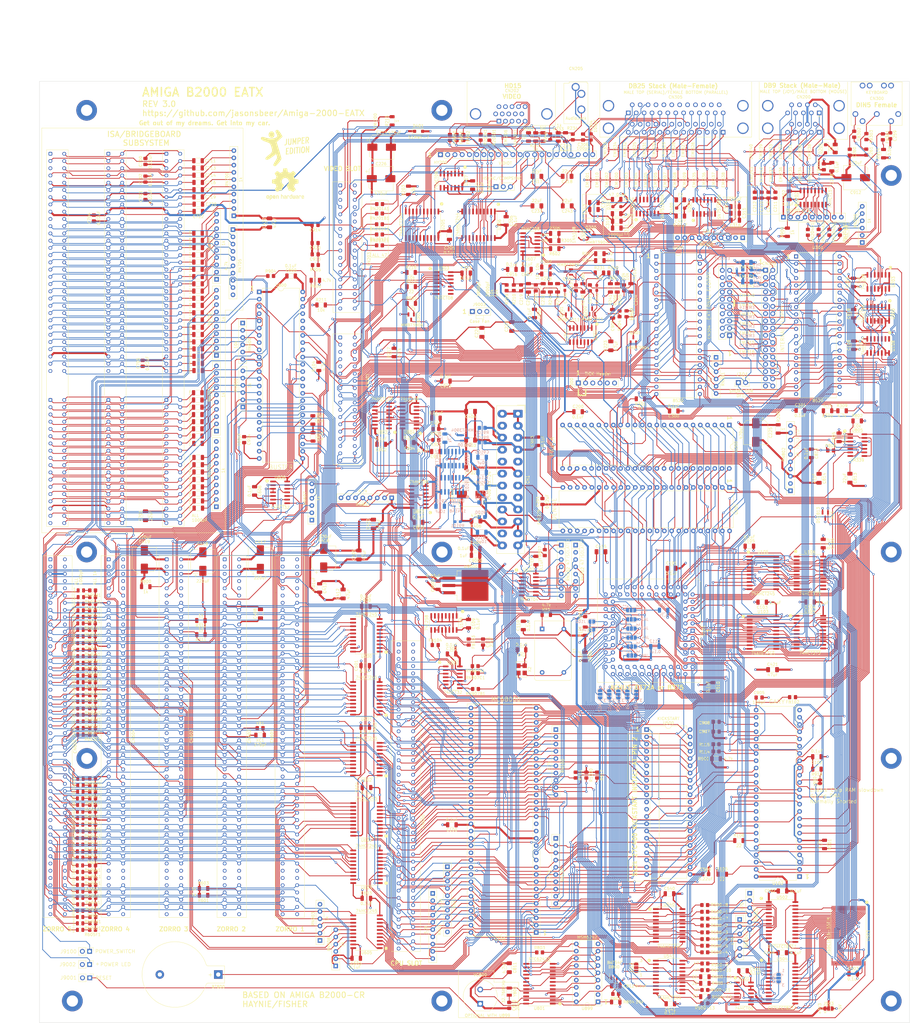
<source format=kicad_pcb>
(kicad_pcb (version 20221018) (generator pcbnew)

  (general
    (thickness 1.6)
  )

  (paper "C")
  (title_block
    (title "Amiga 2000 EATX")
    (date "2023-03-15")
    (rev "3.0")
  )

  (layers
    (0 "F.Cu" signal)
    (1 "In1.Cu" power)
    (2 "In2.Cu" power)
    (31 "B.Cu" signal)
    (32 "B.Adhes" user "B.Adhesive")
    (33 "F.Adhes" user "F.Adhesive")
    (34 "B.Paste" user)
    (35 "F.Paste" user)
    (36 "B.SilkS" user "B.Silkscreen")
    (37 "F.SilkS" user "F.Silkscreen")
    (38 "B.Mask" user)
    (39 "F.Mask" user)
    (40 "Dwgs.User" user "User.Drawings")
    (41 "Cmts.User" user "User.Comments")
    (42 "Eco1.User" user "User.Eco1")
    (43 "Eco2.User" user "User.Eco2")
    (44 "Edge.Cuts" user)
    (45 "Margin" user)
    (46 "B.CrtYd" user "B.Courtyard")
    (47 "F.CrtYd" user "F.Courtyard")
    (48 "B.Fab" user)
    (49 "F.Fab" user)
  )

  (setup
    (stackup
      (layer "F.SilkS" (type "Top Silk Screen"))
      (layer "F.Paste" (type "Top Solder Paste"))
      (layer "F.Mask" (type "Top Solder Mask") (thickness 0.01))
      (layer "F.Cu" (type "copper") (thickness 0.035))
      (layer "dielectric 1" (type "core") (thickness 0.48) (material "FR4") (epsilon_r 4.5) (loss_tangent 0.02))
      (layer "In1.Cu" (type "copper") (thickness 0.035))
      (layer "dielectric 2" (type "prepreg") (thickness 0.48) (material "FR4") (epsilon_r 4.5) (loss_tangent 0.02))
      (layer "In2.Cu" (type "copper") (thickness 0.035))
      (layer "dielectric 3" (type "core") (thickness 0.48) (material "FR4") (epsilon_r 4.5) (loss_tangent 0.02))
      (layer "B.Cu" (type "copper") (thickness 0.035))
      (layer "B.Mask" (type "Bottom Solder Mask") (thickness 0.01))
      (layer "B.Paste" (type "Bottom Solder Paste"))
      (layer "B.SilkS" (type "Bottom Silk Screen"))
      (copper_finish "None")
      (dielectric_constraints no)
    )
    (pad_to_mask_clearance 0.05)
    (pcbplotparams
      (layerselection 0x00010fc_ffffffff)
      (plot_on_all_layers_selection 0x0000000_00000000)
      (disableapertmacros false)
      (usegerberextensions true)
      (usegerberattributes false)
      (usegerberadvancedattributes false)
      (creategerberjobfile false)
      (dashed_line_dash_ratio 12.000000)
      (dashed_line_gap_ratio 3.000000)
      (svgprecision 4)
      (plotframeref false)
      (viasonmask false)
      (mode 1)
      (useauxorigin false)
      (hpglpennumber 1)
      (hpglpenspeed 20)
      (hpglpendiameter 15.000000)
      (dxfpolygonmode true)
      (dxfimperialunits true)
      (dxfusepcbnewfont true)
      (psnegative false)
      (psa4output false)
      (plotreference true)
      (plotvalue true)
      (plotinvisibletext false)
      (sketchpadsonfab false)
      (subtractmaskfromsilk true)
      (outputformat 1)
      (mirror false)
      (drillshape 0)
      (scaleselection 1)
      (outputdirectory "out/")
    )
  )

  (net 0 "")
  (net 1 "GND")
  (net 2 "Net-(BT800-+)")
  (net 3 "_DTACK")
  (net 4 "_LDS")
  (net 5 "_UDS")
  (net 6 "R_W")
  (net 7 "_AS")
  (net 8 "_HLT")
  (net 9 "_RST")
  (net 10 "Net-(XC1-Pad1)")
  (net 11 "_BEER")
  (net 12 "_BOSS")
  (net 13 "_VPA")
  (net 14 "_BR")
  (net 15 "_BGACK")
  (net 16 "_IPL2")
  (net 17 "_IPL1")
  (net 18 "_IPL0")
  (net 19 "FC2")
  (net 20 "FC1")
  (net 21 "FC0")
  (net 22 "_VMA")
  (net 23 "D5")
  (net 24 "A4")
  (net 25 "D6")
  (net 26 "A3")
  (net 27 "D7")
  (net 28 "A2")
  (net 29 "D8")
  (net 30 "A1")
  (net 31 "D9")
  (net 32 "D10")
  (net 33 "D11")
  (net 34 "D12")
  (net 35 "D13")
  (net 36 "D14")
  (net 37 "D15")
  (net 38 "A23")
  (net 39 "E")
  (net 40 "A22")
  (net 41 "A21")
  (net 42 "A20")
  (net 43 "A19")
  (net 44 "7M")
  (net 45 "A18")
  (net 46 "A17")
  (net 47 "A16")
  (net 48 "A15")
  (net 49 "_BG")
  (net 50 "A14")
  (net 51 "A13")
  (net 52 "A12")
  (net 53 "A11")
  (net 54 "A10")
  (net 55 "A9")
  (net 56 "D0")
  (net 57 "A8")
  (net 58 "D1")
  (net 59 "A7")
  (net 60 "D2")
  (net 61 "A6")
  (net 62 "D3")
  (net 63 "A5")
  (net 64 "D4")
  (net 65 "_OEB")
  (net 66 "DRD8")
  (net 67 "DRD9")
  (net 68 "DRD10")
  (net 69 "DRD11")
  (net 70 "DRD12")
  (net 71 "DRD13")
  (net 72 "DRD14")
  (net 73 "DRD15")
  (net 74 "DRD0")
  (net 75 "DRD1")
  (net 76 "DRD2")
  (net 77 "DRD3")
  (net 78 "DRD4")
  (net 79 "DRD5")
  (net 80 "DRD6")
  (net 81 "DRD7")
  (net 82 "_LATCH")
  (net 83 "_OEL")
  (net 84 "+12V")
  (net 85 "-5V")
  (net 86 "Net-(CN601-Pad98)")
  (net 87 "Net-(CN601-Pad97)")
  (net 88 "Net-(JA5-A)")
  (net 89 "BA7")
  (net 90 "BA6")
  (net 91 "BA5")
  (net 92 "BA4")
  (net 93 "BA3")
  (net 94 "BA2")
  (net 95 "BA1")
  (net 96 "Net-(U201B-VCC)")
  (net 97 "Net-(Q202-C)")
  (net 98 "BA8")
  (net 99 "BA9")
  (net 100 "BA10")
  (net 101 "BA11")
  (net 102 "BA12")
  (net 103 "BA13")
  (net 104 "BA14")
  (net 105 "BA15")
  (net 106 "BA16")
  (net 107 "BA17")
  (net 108 "BA18")
  (net 109 "BA19")
  (net 110 "BA20")
  (net 111 "BA21")
  (net 112 "BA22")
  (net 113 "BA23")
  (net 114 "BD0")
  (net 115 "BD1")
  (net 116 "BD2")
  (net 117 "BD3")
  (net 118 "BD4")
  (net 119 "BD5")
  (net 120 "BD6")
  (net 121 "BD7")
  (net 122 "BD15")
  (net 123 "BD14")
  (net 124 "BD13")
  (net 125 "BD12")
  (net 126 "BD11")
  (net 127 "BD10")
  (net 128 "BD9")
  (net 129 "BD8")
  (net 130 "_CBG")
  (net 131 "_CBR")
  (net 132 "_INT6")
  (net 133 "XRDY")
  (net 134 "_VC1")
  (net 135 "_VC3")
  (net 136 "_INT2")
  (net 137 "VCDAC")
  (net 138 "28M")
  (net 139 "V7M")
  (net 140 "_BAS")
  (net 141 "_BUDS")
  (net 142 "_BLDS")
  (net 143 "READ")
  (net 144 "BFC0")
  (net 145 "BFC1")
  (net 146 "BFC2")
  (net 147 "_D2P")
  (net 148 "DMAOUT")
  (net 149 "_DBOE")
  (net 150 "Net-(C617-Pad1)")
  (net 151 "Net-(C619-Pad1)")
  (net 152 "Net-(C620-Pad1)")
  (net 153 "Net-(C621-Pad1)")
  (net 154 "Net-(C622-Pad1)")
  (net 155 "Net-(C623-Pad1)")
  (net 156 "Net-(C624-Pad1)")
  (net 157 "Net-(C625-Pad1)")
  (net 158 "Net-(C626-Pad1)")
  (net 159 "Net-(C627-Pad1)")
  (net 160 "Net-(C628-Pad1)")
  (net 161 "Net-(C629-Pad1)")
  (net 162 "Net-(C630-Pad1)")
  (net 163 "Net-(C631-Pad1)")
  (net 164 "Net-(C632-Pad1)")
  (net 165 "Net-(C633-Pad1)")
  (net 166 "Net-(C635-Pad1)")
  (net 167 "Net-(C637-Pad1)")
  (net 168 "Net-(C639-Pad1)")
  (net 169 "Net-(C641-Pad1)")
  (net 170 "Net-(C645-Pad1)")
  (net 171 "Net-(C647-Pad1)")
  (net 172 "Net-(C649-Pad1)")
  (net 173 "Net-(C650-Pad1)")
  (net 174 "Net-(C651-Pad1)")
  (net 175 "Net-(C652-Pad1)")
  (net 176 "Net-(C654-Pad1)")
  (net 177 "Net-(C655-Pad1)")
  (net 178 "Net-(C657-Pad1)")
  (net 179 "Net-(C658-Pad1)")
  (net 180 "Net-(C659-Pad1)")
  (net 181 "Net-(C660-Pad1)")
  (net 182 "Net-(C661-Pad1)")
  (net 183 "Net-(C662-Pad1)")
  (net 184 "Net-(C663-Pad1)")
  (net 185 "Net-(C664-Pad1)")
  (net 186 "Net-(C665-Pad1)")
  (net 187 "Net-(C666-Pad1)")
  (net 188 "Net-(C667-Pad1)")
  (net 189 "Net-(C668-Pad1)")
  (net 190 "Net-(C669-Pad1)")
  (net 191 "Net-(C670-Pad1)")
  (net 192 "Net-(C671-Pad1)")
  (net 193 "Net-(C672-Pad1)")
  (net 194 "Net-(C673-Pad1)")
  (net 195 "Net-(C674-Pad1)")
  (net 196 "_EINT1")
  (net 197 "Net-(C675-Pad1)")
  (net 198 "E7M")
  (net 199 "_EBG5")
  (net 200 "_EBR5")
  (net 201 "_EINT4")
  (net 202 "_EINT5")
  (net 203 "_EINT7")
  (net 204 "-12V")
  (net 205 "_EC1")
  (net 206 "_GBG")
  (net 207 "DOE")
  (net 208 "_OVR")
  (net 209 "ECDAC")
  (net 210 "_SLAVE5")
  (net 211 "_OWN")
  (net 212 "_EBG4")
  (net 213 "_EBR4")
  (net 214 "_SLAVE4")
  (net 215 "_EBG3")
  (net 216 "_EBR3")
  (net 217 "_SLAVE3")
  (net 218 "_EBG2")
  (net 219 "_EBR2")
  (net 220 "_SLAVE2")
  (net 221 "_EBG1")
  (net 222 "_EBR1")
  (net 223 "_COPCFG")
  (net 224 "_SLAVE1")
  (net 225 "Net-(U200-P0X)")
  (net 226 "/Power/+5VSB")
  (net 227 "Net-(U200-P0Y)")
  (net 228 "/Zorro_Expansion/_CFGOUT4")
  (net 229 "/Zorro_Expansion/_CFGIN4")
  (net 230 "/Zorro_Expansion/_CFGOUT3")
  (net 231 "/Zorro_Expansion/_CFGIN3")
  (net 232 "/Zorro_Expansion/_CFGOUT2")
  (net 233 "/Zorro_Expansion/_CFGIN2")
  (net 234 "Net-(U200-P1X)")
  (net 235 "+VID")
  (net 236 "_C4")
  (net 237 "_CSYNC")
  (net 238 "/Video/RED")
  (net 239 "/Video/GREEN")
  (net 240 "/Video/BLUE")
  (net 241 "PSTROBE")
  (net 242 "/Video/PIXELSW")
  (net 243 "_HSYNC")
  (net 244 "/Video/BURST")
  (net 245 "_XCLKEN")
  (net 246 "FLTRIGHT")
  (net 247 "FLTLEFT")
  (net 248 "Net-(U200-P1Y)")
  (net 249 "Net-(CN202-Pad14)")
  (net 250 "Net-(CN202-Pad13)")
  (net 251 "Net-(U204B-+)")
  (net 252 "Net-(Q201-S)")
  (net 253 "Net-(U204A--)")
  (net 254 "Net-(CN202-Pad3)")
  (net 255 "Net-(CN202-Pad2)")
  (net 256 "Net-(CN202-Pad1)")
  (net 257 "AUDIO")
  (net 258 "PPD7")
  (net 259 "PPD5")
  (net 260 "PPD3")
  (net 261 "PPD1")
  (net 262 "_PACK")
  (net 263 "PBUSY")
  (net 264 "PPOUT")
  (net 265 "B1")
  (net 266 "G2")
  (net 267 "G0")
  (net 268 "R2")
  (net 269 "R0")
  (net 270 "RAWRIGHT")
  (net 271 "RAWLEFT")
  (net 272 "_LED")
  (net 273 "PPD6")
  (net 274 "PPD4")
  (net 275 "PPD2")
  (net 276 "PPD0")
  (net 277 "PSEL")
  (net 278 "B2")
  (net 279 "G1")
  (net 280 "R1")
  (net 281 "+3V3")
  (net 282 "Net-(EMI200-Pad2)")
  (net 283 "Net-(R212-Pad2)")
  (net 284 "XCLK")
  (net 285 "Net-(R216-Pad2)")
  (net 286 "B0")
  (net 287 "R3")
  (net 288 "G3")
  (net 289 "B3")
  (net 290 "Net-(Q200-S)")
  (net 291 "M1V")
  (net 292 "M1H")
  (net 293 "M0V")
  (net 294 "M0H")
  (net 295 "Net-(RN700-R9)")
  (net 296 "RGA1")
  (net 297 "RGA2")
  (net 298 "RGA3")
  (net 299 "RGA4")
  (net 300 "RGA5")
  (net 301 "C1")
  (net 302 "RGA6")
  (net 303 "RGA7")
  (net 304 "_CDAC")
  (net 305 "RGA8")
  (net 306 "Net-(RN700-R8)")
  (net 307 "_BHS")
  (net 308 "_CIPL0")
  (net 309 "_C2")
  (net 310 "Net-(RN700-R7)")
  (net 311 "Net-(RN700-R6)")
  (net 312 "Net-(RN700-R5)")
  (net 313 "C3")
  (net 314 "_BRST")
  (net 315 "Net-(RN700-R4)")
  (net 316 "Net-(RN700-R3)")
  (net 317 "Net-(RN700-R2)")
  (net 318 "Net-(RN700-R1)")
  (net 319 "Net-(RN701-R9)")
  (net 320 "Net-(RN701-R8)")
  (net 321 "Net-(RN701-R7)")
  (net 322 "Net-(RN701-R6)")
  (net 323 "Net-(RN701-R5)")
  (net 324 "Net-(RN701-R4)")
  (net 325 "Net-(RN701-R3)")
  (net 326 "Net-(RN701-R2)")
  (net 327 "Net-(RN701-R1)")
  (net 328 "Net-(RN702-R9)")
  (net 329 "Net-(RN702-R8)")
  (net 330 "Net-(RN702-R7)")
  (net 331 "Net-(RN702-R6)")
  (net 332 "Net-(D800-Pad2)")
  (net 333 "Net-(D800-Pad1)")
  (net 334 "Net-(RN702-R5)")
  (net 335 "Net-(RN702-R4)")
  (net 336 "_CLKWR")
  (net 337 "_CLKRD")
  (net 338 "Net-(RN702-R3)")
  (net 339 "Net-(RN703-R6)")
  (net 340 "Net-(RN703-R5)")
  (net 341 "Net-(RN703-R4)")
  (net 342 "_MC1")
  (net 343 "_EC3")
  (net 344 "Net-(RN907B1-Pad2)")
  (net 345 "_RAS1")
  (net 346 "_CASL")
  (net 347 "_RAS0")
  (net 348 "_CASU")
  (net 349 "DRA8")
  (net 350 "DMAL")
  (net 351 "_WE")
  (net 352 "_INT3")
  (net 353 "_ROMEN")
  (net 354 "Net-(RN703-R3)")
  (net 355 "Net-(U900-Pad10)")
  (net 356 "Net-(RN703-R2)")
  (net 357 "Net-(RN703-R1)")
  (net 358 "Net-(RN704-R8)")
  (net 359 "Net-(RN704-R7)")
  (net 360 "Net-(RN704-R6)")
  (net 361 "Net-(RN704-R5)")
  (net 362 "Net-(RN704-R4)")
  (net 363 "Vref")
  (net 364 "+AV")
  (net 365 "-AV")
  (net 366 "Net-(C231-Pad2)")
  (net 367 "Net-(RN704-R3)")
  (net 368 "Net-(RN704-R2)")
  (net 369 "Net-(C233-Pad2)")
  (net 370 "Net-(C241-Pad2)")
  (net 371 "Net-(RN704-R1)")
  (net 372 "Net-(RN702-R2)")
  (net 373 "AUDOUT")
  (net 374 "Net-(CN200-Pad18)")
  (net 375 "/Paula/FIR0")
  (net 376 "Net-(CN200-Pad14)")
  (net 377 "Net-(CN200-Pad13)")
  (net 378 "Net-(CN200-Pad12)")
  (net 379 "Net-(CN200-Pad11)")
  (net 380 "Net-(CN200-Pad10)")
  (net 381 "Net-(CN200-Pad9)")
  (net 382 "Net-(CN200-Pad5)")
  (net 383 "Net-(CN200-Pad4)")
  (net 384 "Net-(CN200-Pad3)")
  (net 385 "Net-(CN200-Pad2)")
  (net 386 "Net-(CN200-Pad1)")
  (net 387 "_FIR1")
  (net 388 "Net-(RN702-R1)")
  (net 389 "Net-(RN703-R9)")
  (net 390 "Net-(RN703-R8)")
  (net 391 "Net-(RN703-R7)")
  (net 392 "Net-(U899-_XT)")
  (net 393 "Net-(U805A--)")
  (net 394 "Net-(RN802A-R1.1)")
  (net 395 "Net-(U102A-_LATCH)")
  (net 396 "_FIR0")
  (net 397 "Net-(J9002-Pin_1)")
  (net 398 "Net-(D9100-K)")
  (net 399 "AUDIN")
  (net 400 "_CUTOFF")
  (net 401 "unconnected-(CN1-PWR_OK-Pad8)")
  (net 402 "unconnected-(CN1-NC-Pad20)")
  (net 403 "unconnected-(CN202-Pad4)")
  (net 404 "unconnected-(CN202-Pad9)")
  (net 405 "_RxD")
  (net 406 "_TxD")
  (net 407 "DKWE")
  (net 408 "_DKWD")
  (net 409 "_DKRD")
  (net 410 "_KBRST")
  (net 411 "Net-(C310-Pad1)")
  (net 412 "Net-(C311-Pad1)")
  (net 413 "Net-(C312-Pad1)")
  (net 414 "Net-(C314-Pad2)")
  (net 415 "Net-(C315-Pad2)")
  (net 416 "Net-(C316-Pad2)")
  (net 417 "Net-(C318-Pad2)")
  (net 418 "unconnected-(CN202-Pad11)")
  (net 419 "unconnected-(CN202-Pad12)")
  (net 420 "unconnected-(CN202-Pad15)")
  (net 421 "/Serial/DTR")
  (net 422 "unconnected-(CN203-Pad1)")
  (net 423 "unconnected-(CN203-Pad2)")
  (net 424 "unconnected-(CN203-Pad5)")
  (net 425 "unconnected-(CN203-Pad35)")
  (net 426 "unconnected-(CN300-Pad3)")
  (net 427 "unconnected-(CN303-Pin_3-Pad3)")
  (net 428 "Net-(CN304-Pin_1)")
  (net 429 "/Serial/CD")
  (net 430 "/Serial/DSR")
  (net 431 "/Serial/CTS")
  (net 432 "/Serial/RTS")
  (net 433 "Net-(CN304-Pin_2)")
  (net 434 "Net-(EMI332-Pad2)")
  (net 435 "Net-(EMI333-Pad2)")
  (net 436 "Net-(CN304-Pin_3)")
  (net 437 "Net-(R902-Pad2)")
  (net 438 "Net-(CN304-Pin_4)")
  (net 439 "_MTR")
  (net 440 "_SEL1")
  (net 441 "_SEL0")
  (net 442 "_SIDE")
  (net 443 "DIR")
  (net 444 "_STEP")
  (net 445 "_INDEX")
  (net 446 "Net-(CN304-Pin_6)")
  (net 447 "Net-(CN304-Pin_8)")
  (net 448 "Net-(CN304-Pin_9)")
  (net 449 "Net-(CN304-Pin_10)")
  (net 450 "Net-(CN304-Pin_11)")
  (net 451 "_KBCLK")
  (net 452 "Net-(C313-Pad1)")
  (net 453 "Net-(CN304-Pin_12)")
  (net 454 "Net-(CN304-Pin_13)")
  (net 455 "Net-(CN304-Pin_14)")
  (net 456 "Net-(EMI310-Pad2)")
  (net 457 "Net-(CN304-Pin_15)")
  (net 458 "Net-(CN304-Pin_16)")
  (net 459 "Net-(CN304-Pin_17)")
  (net 460 "Net-(CN305-Pad11)")
  (net 461 "Net-(CN305-Pad10)")
  (net 462 "Net-(CN305-Pad1)")
  (net 463 "_EXRAM")
  (net 464 "Net-(CN304-Pin_18)")
  (net 465 "/Memory and Kickstart/_SRAMCE")
  (net 466 "OVL")
  (net 467 "/Memory and Kickstart/_MCASL")
  (net 468 "/Memory and Kickstart/_MCASU")
  (net 469 "/Memory and Kickstart/_MRAS1")
  (net 470 "/Memory and Kickstart/_MWE")
  (net 471 "/Memory and Kickstart/DRAB8")
  (net 472 "/Memory and Kickstart/DRAB0")
  (net 473 "/Memory and Kickstart/DRAB1")
  (net 474 "/Memory and Kickstart/DRAB2")
  (net 475 "/Memory and Kickstart/DRAB3")
  (net 476 "/Memory and Kickstart/DRAB4")
  (net 477 "/Memory and Kickstart/DRAB5")
  (net 478 "/Memory and Kickstart/DRAB6")
  (net 479 "/Memory and Kickstart/DRAB7")
  (net 480 "/Memory and Kickstart/DRAC0")
  (net 481 "/Memory and Kickstart/DRAC1")
  (net 482 "/Memory and Kickstart/DRAC2")
  (net 483 "/Memory and Kickstart/DRAC3")
  (net 484 "/Memory and Kickstart/DRAC4")
  (net 485 "/Memory and Kickstart/DRAC5")
  (net 486 "/Memory and Kickstart/DRAC6")
  (net 487 "/Memory and Kickstart/DRAC7")
  (net 488 "/Memory and Kickstart/DRAC8")
  (net 489 "Net-(CN304-Pin_19)")
  (net 490 "Net-(C259-Pad1)")
  (net 491 "/Floppy and Parallel/_IORST")
  (net 492 "Net-(CN305A-P14)")
  (net 493 "Net-(FB301-Pad2)")
  (net 494 "unconnected-(CN305A-P15-Pad15)")
  (net 495 "Net-(CN305A-P16)")
  (net 496 "unconnected-(CN305-Pad37)")
  (net 497 "unconnected-(CN305-Pad38)")
  (net 498 "unconnected-(CN305-Pad39)")
  (net 499 "unconnected-(CN305-Pad40)")
  (net 500 "unconnected-(CN305-Pad41)")
  (net 501 "unconnected-(CN305-Pad42)")
  (net 502 "unconnected-(CN305-Pad44)")
  (net 503 "_BUSRST")
  (net 504 "/Floppy and Parallel/_INUSE0")
  (net 505 "unconnected-(CN305-Pad46)")
  (net 506 "unconnected-(CN305-Pad48)")
  (net 507 "unconnected-(CN305-Pad49)")
  (net 508 "unconnected-(CN305-Pad50)")
  (net 509 "unconnected-(CN601-Pad11)")
  (net 510 "Net-(RN705-R1)")
  (net 511 "Net-(RN705-R2)")
  (net 512 "Net-(RN705-R3)")
  (net 513 "/Paula/+5VMOUSE")
  (net 514 "Net-(RN705-R4)")
  (net 515 "Net-(RN705-R7)")
  (net 516 "Net-(C711-Pad2)")
  (net 517 "Net-(RN705-R8)")
  (net 518 "Net-(C713-Pad2)")
  (net 519 "Net-(RN705-R5)")
  (net 520 "Net-(C714-Pad2)")
  (net 521 "Net-(RN705-R6)")
  (net 522 "Net-(C716-Pad2)")
  (net 523 "Net-(D200-K)")
  (net 524 "Net-(C717-Pad2)")
  (net 525 "Net-(D200-A)")
  (net 526 "Net-(C719-Pad2)")
  (net 527 "Net-(D300-K)")
  (net 528 "Net-(C720-Pad2)")
  (net 529 "Net-(D301-K)")
  (net 530 "Net-(C722-Pad2)")
  (net 531 "Net-(D400-K)")
  (net 532 "Net-(C726-Pad2)")
  (net 533 "Net-(D401-A)")
  (net 534 "Net-(C728-Pad2)")
  (net 535 "Net-(D9100-A)")
  (net 536 "Net-(C730-Pad2)")
  (net 537 "Net-(RN200-R1)")
  (net 538 "Net-(C732-Pad2)")
  (net 539 "Net-(RN200-R4)")
  (net 540 "Net-(C734-Pad2)")
  (net 541 "Net-(RN200-R3)")
  (net 542 "Net-(C736-Pad2)")
  (net 543 "Net-(RN200-R6)")
  (net 544 "Net-(C738-Pad2)")
  (net 545 "Net-(RN200-R5)")
  (net 546 "Net-(C740-Pad2)")
  (net 547 "Net-(RN200-R2)")
  (net 548 "Net-(C742-Pad2)")
  (net 549 "Net-(RN200-R7)")
  (net 550 "Net-(C744-Pad2)")
  (net 551 "Net-(RN200-R8)")
  (net 552 "Net-(C746-Pad2)")
  (net 553 "Net-(X1-OUT)")
  (net 554 "Net-(C748-Pad2)")
  (net 555 "Net-(U109-I0d)")
  (net 556 "Net-(C750-Pad2)")
  (net 557 "Net-(U109-Zc)")
  (net 558 "Net-(C752-Pad2)")
  (net 559 "Net-(U109-Zd)")
  (net 560 "Net-(C754-Pad2)")
  (net 561 "Net-(RN300-R3)")
  (net 562 "Net-(C756-Pad2)")
  (net 563 "Net-(RN102A-R1.2)")
  (net 564 "Net-(C758-Pad2)")
  (net 565 "Net-(J102-B)")
  (net 566 "Net-(C760-Pad2)")
  (net 567 "unconnected-(J300-Pin_5-Pad5)")
  (net 568 "Net-(C762-Pad2)")
  (net 569 "Net-(J301-Pin_1)")
  (net 570 "Net-(C764-Pad2)")
  (net 571 "Net-(C766-Pad2)")
  (net 572 "unconnected-(J9003-Pin_3-Pad3)")
  (net 573 "Net-(C768-Pad2)")
  (net 574 "Net-(J9004-A)")
  (net 575 "Net-(C770-Pad2)")
  (net 576 "Net-(J9004-C)")
  (net 577 "Net-(C776-Pad2)")
  (net 578 "Net-(JA1-C)")
  (net 579 "Net-(C778-Pad2)")
  (net 580 "Net-(JA1-B)")
  (net 581 "Net-(C780-Pad2)")
  (net 582 "Net-(JA2-C)")
  (net 583 "Net-(C782-Pad2)")
  (net 584 "Net-(JA3-C)")
  (net 585 "Net-(C784-Pad2)")
  (net 586 "Net-(JA4-C)")
  (net 587 "Net-(C786-Pad2)")
  (net 588 "Net-(JA5-C)")
  (net 589 "Net-(C787-Pad2)")
  (net 590 "Net-(JA6-C)")
  (net 591 "Net-(C789-Pad2)")
  (net 592 "Net-(JA8-C)")
  (net 593 "Net-(C790-Pad2)")
  (net 594 "Net-(JA9-C)")
  (net 595 "Net-(C791-Pad2)")
  (net 596 "Net-(JA10-C)")
  (net 597 "Net-(C793-Pad2)")
  (net 598 "Net-(JA11-C)")
  (net 599 "Net-(C794-Pad2)")
  (net 600 "Net-(JA12-C)")
  (net 601 "Net-(C796-Pad2)")
  (net 602 "Net-(JA13-C)")
  (net 603 "Net-(Q200-G)")
  (net 604 "Net-(Q201-G)")
  (net 605 "Net-(CN700-PadD17)")
  (net 606 "Net-(CN700-PadD15)")
  (net 607 "Net-(CN700-PadD14)")
  (net 608 "Net-(CN700-PadD13)")
  (net 609 "Net-(CN700-PadD12)")
  (net 610 "Net-(CN700-PadD11)")
  (net 611 "Net-(CN700-PadD10)")
  (net 612 "Net-(CN700-PadD9)")
  (net 613 "Net-(CN700-PadD8)")
  (net 614 "Net-(CN700-PadD7)")
  (net 615 "Net-(CN700-PadD6)")
  (net 616 "Net-(CN700-PadD5)")
  (net 617 "Net-(CN700-PadD4)")
  (net 618 "Net-(CN700-PadD3)")
  (net 619 "Net-(Q202-B)")
  (net 620 "Net-(Q301-B)")
  (net 621 "Net-(Q302-B)")
  (net 622 "Net-(Q302-C)")
  (net 623 "Net-(CN700-PadB30)")
  (net 624 "Net-(CN700-PadB28)")
  (net 625 "Net-(CN700-PadB27)")
  (net 626 "Net-(CN700-PadB26)")
  (net 627 "Net-(CN700-PadB25)")
  (net 628 "Net-(CN700-PadB24)")
  (net 629 "Net-(CN700-PadB23)")
  (net 630 "Net-(CN700-PadB22)")
  (net 631 "Net-(CN700-PadB21)")
  (net 632 "Net-(CN700-PadB20)")
  (net 633 "Net-(CN700-PadB19)")
  (net 634 "Net-(CN700-PadB18)")
  (net 635 "Net-(CN700-PadB17)")
  (net 636 "Net-(CN700-PadB16)")
  (net 637 "Net-(CN700-PadB15)")
  (net 638 "Net-(Q9100-B)")
  (net 639 "Net-(U102A-_VPA)")
  (net 640 "Net-(U102A-_DTACK)")
  (net 641 "Net-(U200-RIGHT)")
  (net 642 "Net-(CN700-PadB8)")
  (net 643 "Net-(CN700-PadB6)")
  (net 644 "Net-(CN700-PadB4)")
  (net 645 "Net-(CN700-PadB2)")
  (net 646 "Net-(CN700-PadA11)")
  (net 647 "Net-(CN700-PadA10)")
  (net 648 "Net-(CN700-PadA1)")
  (net 649 "Net-(U200-LEFT)")
  (net 650 "/Zorro_Expansion/_CFGIN5")
  (net 651 "/Zorro_Expansion/_CFGOUT1")
  (net 652 "Net-(U108B-~{Q})")
  (net 653 "Net-(U102C-MTRON)")
  (net 654 "/Serial/RESET")
  (net 655 "+AUD")
  (net 656 "Net-(EMI206-Pad1)")
  (net 657 "Net-(EMI207-Pad1)")
  (net 658 "Net-(U540-O0a)")
  (net 659 "Net-(U540-O1a)")
  (net 660 "Net-(U540-O2a)")
  (net 661 "Net-(U540-O3a)")
  (net 662 "Net-(U540-O0b)")
  (net 663 "Net-(U540-O1b)")
  (net 664 "Net-(U540-O2b)")
  (net 665 "Net-(U540-O3b)")
  (net 666 "Net-(U541-O0a)")
  (net 667 "Net-(U541-O1a)")
  (net 668 "Net-(U541-O2a)")
  (net 669 "Net-(U541-O3a)")
  (net 670 "Net-(U541-O0b)")
  (net 671 "Net-(U541-O1b)")
  (net 672 "Net-(U541-O3b)")
  (net 673 "Net-(U800A-DOE)")
  (net 674 "Net-(U800A-_C4)")
  (net 675 "Net-(U9102B-Q)")
  (net 676 "Net-(RN100-R7)")
  (net 677 "Net-(RN102A-R1.1)")
  (net 678 "Net-(RN102B-R2.1)")
  (net 679 "Net-(RN102C-R3.1)")
  (net 680 "Net-(U205-1Y2)")
  (net 681 "Net-(C9103-Pad1)")
  (net 682 "Net-(U202-Za)")
  (net 683 "Net-(U9101-Pad6)")
  (net 684 "Net-(U202-Zb)")
  (net 685 "Net-(U202-Zc)")
  (net 686 "/Memory and Kickstart/CAS")
  (net 687 "/Memory and Kickstart/RAS")
  (net 688 "/Memory and Kickstart/DRAD1")
  (net 689 "/Memory and Kickstart/DRAD2")
  (net 690 "/Memory and Kickstart/DRAD3")
  (net 691 "/Memory and Kickstart/DRAD4")
  (net 692 "/Memory and Kickstart/DRAD5")
  (net 693 "/Memory and Kickstart/DRAD6")
  (net 694 "/Memory and Kickstart/DRAD7")
  (net 695 "/Memory and Kickstart/DRAD8")
  (net 696 "Net-(U202-Zd)")
  (net 697 "Net-(C9105-Pad1)")
  (net 698 "/Power/_PS-ON")
  (net 699 "unconnected-(RN205-R1-Pad2)")
  (net 700 "unconnected-(RN300-R1-Pad2)")
  (net 701 "unconnected-(RN300-R9-Pad10)")
  (net 702 "unconnected-(RN704-R9-Pad10)")
  (net 703 "unconnected-(RN705-R9-Pad10)")
  (net 704 "Net-(RN802C-R3.2)")
  (net 705 "Net-(RN802D-R4.2)")
  (net 706 "Net-(RN902B-R2.1)")
  (net 707 "Net-(CN305-Pad13)")
  (net 708 "Net-(CN305-Pad12)")
  (net 709 "Net-(CN305-Pad9)")
  (net 710 "Net-(CN305-Pad8)")
  (net 711 "Net-(CN305-Pad7)")
  (net 712 "Net-(CN305-Pad6)")
  (net 713 "Net-(CN305-Pad5)")
  (net 714 "Net-(CN305-Pad4)")
  (net 715 "Net-(CN305-Pad3)")
  (net 716 "Net-(CN305-Pad2)")
  (net 717 "Net-(C304-Pad1)")
  (net 718 "Net-(C306-Pad1)")
  (net 719 "Net-(CN305-Pad47)")
  (net 720 "Net-(CN305-Pad45)")
  (net 721 "Net-(CN305-Pad35)")
  (net 722 "Net-(CN305-Pad34)")
  (net 723 "Net-(CN305-Pad33)")
  (net 724 "Net-(CN305-Pad31)")
  (net 725 "Net-(CN305-Pad30)")
  (net 726 "Net-(CN305-Pad29)")
  (net 727 "Net-(CN305-Pad28)")
  (net 728 "Net-(CN305-Pad27)")
  (net 729 "Net-(RN902C-R3.1)")
  (net 730 "/Video/_COMPSYNC")
  (net 731 "/Video/SYNC")
  (net 732 "/Video/COMPVID")
  (net 733 "Net-(RN902D-R4.1)")
  (net 734 "unconnected-(RN903-R5-Pad6)")
  (net 735 "Net-(CN203-Pad33)")
  (net 736 "Net-(RN908-R1)")
  (net 737 "Net-(RN908-R2)")
  (net 738 "_VSYNC")
  (net 739 "/Floppy and Parallel/_RDY")
  (net 740 "/Floppy and Parallel/_WPROT")
  (net 741 "/Floppy and Parallel/_TRK0")
  (net 742 "/Floppy and Parallel/_DKWEB")
  (net 743 "/Floppy and Parallel/_DKWDB")
  (net 744 "/Floppy and Parallel/_MTROD")
  (net 745 "/Floppy and Parallel/_INUSE1")
  (net 746 "/Floppy and Parallel/_CHNG")
  (net 747 "/Floppy and Parallel/_KBDATA")
  (net 748 "Net-(CN203-Pad29)")
  (net 749 "Net-(CN203-Pad27)")
  (net 750 "Net-(CN203-Pad25)")
  (net 751 "Net-(CN203-Pad23)")
  (net 752 "unconnected-(RNX2-R9-Pad10)")
  (net 753 "Net-(C260-Pad1)")
  (net 754 "Net-(CN200-Pad15)")
  (net 755 "AgnusCLK")
  (net 756 "Net-(U102A-_BLIT)")
  (net 757 "Net-(U102C-DKWEB)")
  (net 758 "Net-(U102C-DKWDB)")
  (net 759 "7MHz")
  (net 760 "Net-(U102C-MTRX)")
  (net 761 "Net-(U108B-C)")
  (net 762 "unconnected-(U109-Za-Pad4)")
  (net 763 "unconnected-(U109-Zb-Pad7)")
  (net 764 "Net-(U201A-BURST)")
  (net 765 "Net-(U201A-R0)")
  (net 766 "Net-(U201A-R1)")
  (net 767 "Net-(U201A-R2)")
  (net 768 "Net-(U201A-R3)")
  (net 769 "Net-(U201A-B0)")
  (net 770 "DRA9")
  (net 771 "/Memory and Kickstart/DRAB9")
  (net 772 "Net-(U201A-B1)")
  (net 773 "Net-(U201A-B2)")
  (net 774 "Net-(U201A-B3)")
  (net 775 "Net-(U201A-G0)")
  (net 776 "Net-(U201A-G1)")
  (net 777 "Net-(U201A-G2)")
  (net 778 "Net-(U201A-G3)")
  (net 779 "Net-(U201A-PIXELSW)")
  (net 780 "unconnected-(U207-Pad8)")
  (net 781 "unconnected-(U207-Pad11)")
  (net 782 "Net-(U300A-_CS)")
  (net 783 "unconnected-(U301A-_PC-Pad18)")
  (net 784 "Net-(U301A-_CS)")
  (net 785 "unconnected-(U303-Pad8)")
  (net 786 "unconnected-(U303-Pad9)")
  (net 787 "_DBR")
  (net 788 "_RAMEN")
  (net 789 "_REGEN")
  (net 790 "_BLS")
  (net 791 "unconnected-(U303-Pad10)")
  (net 792 "unconnected-(U305-Pad2)")
  (net 793 "/Memory and Kickstart/DRAC9")
  (net 794 "/Memory and Kickstart/DRAD9")
  (net 795 "unconnected-(U305-Pad5)")
  (net 796 "/Memory and Kickstart/_MRAS0")
  (net 797 "unconnected-(U305-Pad9)")
  (net 798 "unconnected-(U305-Pad12)")
  (net 799 "unconnected-(U501-Pad11)")
  (net 800 "unconnected-(U541-O2b-Pad5)")
  (net 801 "/Memory and Kickstart/DRABx")
  (net 802 "/Memory and Kickstart/DRADx")
  (net 803 "DRA0-G")
  (net 804 "DRA7-6")
  (net 805 "DRA5-4")
  (net 806 "DRA3-2")
  (net 807 "DRA1-0")
  (net 808 "DRA8-7")
  (net 809 "DRA6-5")
  (net 810 "DRA4-3")
  (net 811 "DRA2-1")
  (net 812 "unconnected-(U600-A7-Pad9)")
  (net 813 "unconnected-(U600-B7-Pad11)")
  (net 814 "/Buster and RTC/CLKVCC")
  (net 815 "/Buster and RTC/STDP")
  (net 816 "unconnected-(U800A-PTEST-Pad44)")
  (net 817 "unconnected-(U801-(VDD)-Pad22)")
  (net 818 "unconnected-(U801-(VDD)-Pad23)")
  (net 819 "unconnected-(U802-O7-Pad7)")
  (net 820 "Net-(U802-O6)")
  (net 821 "Net-(U802-O5)")
  (net 822 "Net-(U802-O4)")
  (net 823 "Net-(U802-O3)")
  (net 824 "Net-(U802-O2)")
  (net 825 "Net-(U802-O1)")
  (net 826 "Net-(U802-O0)")
  (net 827 "Net-(U804-I1)")
  (net 828 "Net-(U804-I4)")
  (net 829 "Net-(U804-I5)")
  (net 830 "Net-(U804-I7)")
  (net 831 "unconnected-(U804-GS-Pad14)")
  (net 832 "unconnected-(U804-EO-Pad15)")
  (net 833 "Net-(U899-XT)")
  (net 834 "/Floppy and Parallel/_MTRX")
  (net 835 "/Floppy and Parallel/_DKRST")
  (net 836 "_SEL3")
  (net 837 "_SEL2")
  (net 838 "Net-(EMI320-Pad1)")
  (net 839 "Net-(EMI321-Pad1)")
  (net 840 "Net-(U9102B-C)")
  (net 841 "Net-(U9102B-D)")
  (net 842 "Net-(U9102B-~{R})")
  (net 843 "unconnected-(U9102B-~{Q}-Pad8)")
  (net 844 "Net-(X1-Enable)")
  (net 845 "_CIPL2")
  (net 846 "Net-(R203A1-Pad2)")
  (net 847 "_CIPL1")
  (net 848 "TBASE")
  (net 849 "Net-(J900-B)")
  (net 850 "+5V")
  (net 851 "unconnected-(RNX1-R1-Pad2)")
  (net 852 "unconnected-(U801-NC-Pad3)")
  (net 853 "unconnected-(U801-NC-Pad6)")
  (net 854 "unconnected-(U801-NC-Pad8)")
  (net 855 "unconnected-(U801-NC-Pad17)")
  (net 856 "unconnected-(U801-NC-Pad18)")
  (net 857 "unconnected-(U801-NC-Pad21)")
  (net 858 "Mcc")

  (footprint "Resistor_SMD:R_0805_2012Metric_Pad1.20x1.40mm_HandSolder" (layer "F.Cu") (at 292.40729 297.1995 -90))

  (footprint "Resistor_SMD:R_0805_2012Metric_Pad1.20x1.40mm_HandSolder" (layer "F.Cu") (at 296.16649 297.1995 -90))

  (footprint "Package_SO:SOIC-20W_7.5x12.8mm_P1.27mm" (layer "F.Cu") (at 370.74089 226.2827))

  (footprint "Capacitor_SMD:C_0805_2012Metric_Pad1.18x1.45mm_HandSolder" (layer "F.Cu") (at 277.01489 201.2383 90))

  (footprint "Capacitor_SMD:C_1206_3216Metric" (layer "F.Cu") (at 244.42669 107.8425 90))

  (footprint "Capacitor_SMD:C_1206_3216Metric" (layer "F.Cu") (at 264.30219 102.826 -90))

  (footprint "Capacitor_SMD:C_1206_3216Metric" (layer "F.Cu") (at 243.15669 158.9981 180))

  (footprint "Resistor_SMD:R_1206_3216Metric" (layer "F.Cu") (at 231.04089 125.8765))

  (footprint "Resistor_SMD:R_1206_3216Metric" (layer "F.Cu") (at 224.33529 67.7359 90))

  (footprint "Resistor_SMD:R_1206_3216Metric" (layer "F.Cu") (at 230.99009 120.8981))

  (footprint "Resistor_SMD:R_0805_2012Metric_Pad1.20x1.40mm_HandSolder" (layer "F.Cu") (at 219.96649 96.9205 180))

  (footprint "Resistor_SMD:R_0805_2012Metric_Pad1.20x1.40mm_HandSolder" (layer "F.Cu") (at 219.91569 100.2225 180))

  (footprint "Resistor_SMD:R_0805_2012Metric_Pad1.20x1.40mm_HandSolder" (layer "F.Cu") (at 219.91569 104.0071 180))

  (footprint "Resistor_SMD:R_0805_2012Metric_Pad1.20x1.40mm_HandSolder" (layer "F.Cu") (at 219.91569 107.5885 180))

  (footprint "Resistor_SMD:R_0805_2012Metric_Pad1.20x1.40mm_HandSolder" (layer "F.Cu") (at 219.91569 111.3985))

  (footprint "Package_SO:SOIC-20W_7.5x12.8mm_P1.27mm" (layer "F.Cu") (at 234.83819 104.1759 -90))

  (footprint "Capacitor_SMD:C_1206_3216Metric" (layer "F.Cu") (at 275.28769 180.1055 90))

  (footprint "Capacitor_SMD:C_1206_3216Metric" (layer "F.Cu") (at 292.00089 255.5943 -90))

  (footprint "Capacitor_SMD:C_1206_3216Metric" (layer "F.Cu") (at 336.83969 266.2425 -90))

  (footprint "Capacitor_SMD:C_1206_3216Metric" (layer "F.Cu") (at 220.50497 181.18246))

  (footprint "Package_SO:SOIC-14_3.9x8.7mm_P1.27mm" (layer "F.Cu") (at 245.59001 262.89426))

  (footprint "Package_SO:SOIC-16_3.9x9.9mm_P1.27mm" (layer "F.Cu") (at 220.80469 171.1393 180))

  (footprint "Package_SO:SOIC-14_3.9x8.7mm_P1.27mm" (layer "F.Cu") (at 233.65709 199.6381 180))

  (footprint "AmigaFootprints:DSUB-15-HD_Female_Horizontal_P2.29x1.98mm_EdgePinOffset8.35mm_Housed_MountingHolesOffset10.89mm" (layer "F.Cu") (at 266.34969 53.8675 180))

  (footprint "Capacitor_SMD:C_1206_3216Metric" (layer "F.Cu") (at 375.4 216 90))

  (footprint "Package_SO:SOIC-14_3.9x8.7mm_P1.27mm" (layer "F.Cu") (at 242.42009 124.6065))

  (footprint "Package_DIP:DIP-64_W22.86mm_Socket" (layer "F.Cu") (at 274.83049 352.3937 180))

  (footprint "Package_SO:SOIC-20W_7.5x12.8mm_P1.27mm" (layer "F.Cu") (at 354.28169 247.2123))

  (footprint "Package_SO:SOIC-20W_7.5x12.8mm_P1.27mm" (layer "F.Cu") (at 354.28169 226.2827))

  (footprint "Capacitor_SMD:C_1206_3216Metric" (layer "F.Cu") (at 253.64689 217.6467 180))

  (footprint "Capacitor_SMD:C_1206_3216Metric" (layer "F.Cu") (at 253.59609 220.1359 180))

  (footprint "Capacitor_SMD:C_1206_3216Metric" (layer "F.Cu") (at 240.43889 230.6007 90))

  (footprint "AmigaFootprints:TO-263-3_TabPin2" (layer "F.Cu")
    (tstamp 00000000-0000-0000-0000-000060591656)
    (at 251.89429 230.7023)
    (descr "TO-263/D2PAK/DDPAK SMD package, http://www.infineon.com/cms/en/product/packages/PG-TO263/PG-TO263-3-1/")
    (tags "D2PAK DDPAK TO-263 D2PAK-3 TO-263-3 SOT-404")
    (property "Digikey" "296-20799-2-ND")
    (property "Digikey cheap" "")
    (property "JLCPCB" "")
    (property "LCSC" "C28684")
    (property "LCSC Alt" "C2863705")
    (property "LCSC MOQ" "")
    (property "Reichelt" "")
    (property "Sheetfile" "power.kicad_sch")
    (property "Sheetname" "Power")
    (property "ki_description" "Negative 1A 35V Linear Regulator, Fixed Output -5V, TO-220/TO-263")
    (property "ki_keywords" "Voltage Regulator 1.5A Negative")
    (path "/00000000-0000-0000-0000-000060a4fe7b/00000000-0000-0000-0000-000060a536c3")
    (attr smd)
    (fp_text reference "U9000" (at 0 -6.65) (layer "F.SilkS")
        (effects (font (size 1 1) (thickness 0.15)))
      (tstamp ca73b4b9-a8d9-4081-9839-2cd1703296f4)
    )
    (fp_text value "MC7905" (at 0 6.65) (layer "F.Fab")
        (effects (font (size 1 1) (thickness 0.15)))
      (tstamp 5904a5bc-dee5-44bb-87b9-a61f357b2775)
    )
    (fp_text user "${REFERENCE}" (at 0 0) (layer "F.Fab")
        (effects (font (size 1 1) (thickness 0.15)))
      (tstamp 71416f56-71af-4e9a-bfe3-6bcc9857fb34)
    )
    (fp_line (start -4.825 -5.2) (end -4.825 -3.39)
      (stroke (width 0.12) (type solid)) (layer "F.SilkS") (tstamp 5ac13f31-6f98-4d38-9eb7-75d2
... [16573052 chars truncated]
</source>
